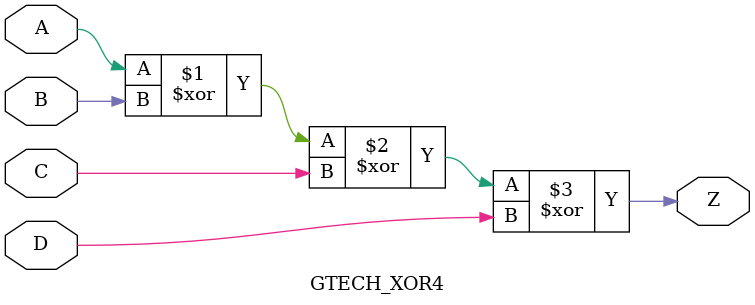
<source format=v>



module GTECH_XOR4 (A, B, C, D, Z);  
	input A, B, C, D;
	output Z;

	assign Z = A ^ B ^ C ^ D;
endmodule




</source>
